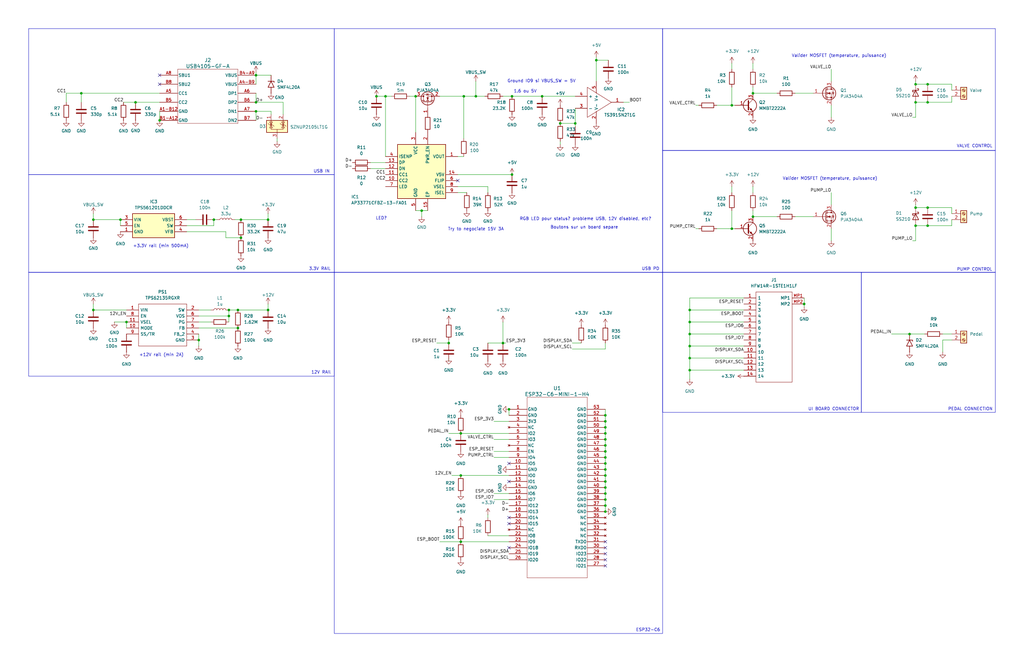
<source format=kicad_sch>
(kicad_sch (version 20231120) (generator "eeschema") (generator_version "8.0")
  (paper "USLedger")
  (junction (at 391.16 43.18))
  (junction (at 290.83 146.05))
  (junction (at 386.08 35.56))
  (junction (at 194.31 200.66))
  (junction (at 175.26 40.64))
  (junction (at 383.54 140.97))
  (junction (at 317.5 39.37))
  (junction (at 255.27 187.96))
  (junction (at 251.46 25.4))
  (junction (at 195.58 40.64))
  (junction (at 255.27 175.26))
  (junction (at 339.09 128.27))
  (junction (at 308.61 96.52))
  (junction (at 107.95 46.99))
  (junction (at 308.61 44.45))
  (junction (at 101.6 100.33))
  (junction (at 255.27 200.66))
  (junction (at 386.08 95.25))
  (junction (at 290.83 156.21))
  (junction (at 391.16 95.25))
  (junction (at 212.09 144.78))
  (junction (at 107.95 43.18))
  (junction (at 101.6 92.71))
  (junction (at 255.27 180.34))
  (junction (at 290.83 151.13))
  (junction (at 255.27 205.74))
  (junction (at 34.29 39.37))
  (junction (at 386.08 87.63))
  (junction (at 242.57 52.07))
  (junction (at 162.56 40.64))
  (junction (at 215.9 40.64))
  (junction (at 255.27 185.42))
  (junction (at 90.17 92.71))
  (junction (at 255.27 198.12))
  (junction (at 83.82 143.51))
  (junction (at 100.33 138.43))
  (junction (at 177.8 88.9))
  (junction (at 67.31 50.8))
  (junction (at 39.37 130.81))
  (junction (at 215.9 73.66))
  (junction (at 39.37 92.71))
  (junction (at 57.15 43.18))
  (junction (at 100.33 130.81))
  (junction (at 290.83 140.97))
  (junction (at 391.16 35.56))
  (junction (at 255.27 193.04))
  (junction (at 255.27 208.28))
  (junction (at 255.27 213.36))
  (junction (at 214.63 172.72))
  (junction (at 96.52 130.81))
  (junction (at 107.95 31.75))
  (junction (at 113.03 130.81))
  (junction (at 386.08 43.18))
  (junction (at 255.27 190.5))
  (junction (at 53.34 135.89))
  (junction (at 255.27 210.82))
  (junction (at 290.83 135.89))
  (junction (at 200.66 40.64))
  (junction (at 255.27 215.9))
  (junction (at 255.27 203.2))
  (junction (at 255.27 177.8))
  (junction (at 317.5 91.44))
  (junction (at 158.75 40.64))
  (junction (at 236.22 52.07))
  (junction (at 228.6 40.64))
  (junction (at 290.83 130.81))
  (junction (at 194.31 182.88))
  (junction (at 189.23 144.78))
  (junction (at 113.03 92.71))
  (junction (at 96.52 133.35))
  (junction (at 50.8 92.71))
  (junction (at 391.16 87.63))
  (junction (at 194.31 228.6))
  (junction (at 255.27 182.88))
  (junction (at 255.27 195.58))
  (no_connect (at 67.31 35.56))
  (no_connect (at 214.63 218.44))
  (no_connect (at 67.31 31.75))
  (no_connect (at 255.27 233.68))
  (no_connect (at 214.63 203.2))
  (no_connect (at 255.27 236.22))
  (no_connect (at 193.04 76.2))
  (no_connect (at 255.27 228.6))
  (no_connect (at 255.27 238.76))
  (no_connect (at 214.63 195.58))
  (no_connect (at 214.63 220.98))
  (no_connect (at 255.27 231.14))
  (no_connect (at 214.63 231.14))
  (wire (pts (xy 99.06 92.71) (xy 101.6 92.71)))
  (wire (pts (xy 350.52 81.28) (xy 350.52 86.36)))
  (wire (pts (xy 290.83 130.81) (xy 313.69 130.81)))
  (wire (pts (xy 39.37 130.81) (xy 53.34 130.81)))
  (wire (pts (xy 242.57 53.34) (xy 242.57 52.07)))
  (wire (pts (xy 401.32 92.71) (xy 401.32 95.25)))
  (wire (pts (xy 95.25 97.79) (xy 95.25 100.33)))
  (wire (pts (xy 308.61 88.9) (xy 308.61 96.52)))
  (wire (pts (xy 184.15 144.78) (xy 189.23 144.78)))
  (wire (pts (xy 189.23 143.51) (xy 189.23 144.78)))
  (wire (pts (xy 212.09 40.64) (xy 215.9 40.64)))
  (wire (pts (xy 317.5 88.9) (xy 317.5 91.44)))
  (wire (pts (xy 119.38 48.26) (xy 119.38 43.18)))
  (wire (pts (xy 375.92 140.97) (xy 383.54 140.97)))
  (wire (pts (xy 308.61 44.45) (xy 309.88 44.45)))
  (wire (pts (xy 107.95 31.75) (xy 114.3 31.75)))
  (wire (pts (xy 172.72 40.64) (xy 175.26 40.64)))
  (wire (pts (xy 185.42 40.64) (xy 195.58 40.64)))
  (wire (pts (xy 208.28 208.28) (xy 214.63 208.28)))
  (wire (pts (xy 335.28 39.37) (xy 342.9 39.37)))
  (wire (pts (xy 114.3 48.26) (xy 114.3 46.99)))
  (wire (pts (xy 255.27 205.74) (xy 255.27 208.28)))
  (wire (pts (xy 386.08 49.53) (xy 386.08 43.18)))
  (wire (pts (xy 255.27 193.04) (xy 255.27 195.58)))
  (wire (pts (xy 251.46 25.4) (xy 251.46 34.29)))
  (wire (pts (xy 48.26 135.89) (xy 53.34 135.89)))
  (wire (pts (xy 83.82 133.35) (xy 96.52 133.35)))
  (wire (pts (xy 290.83 140.97) (xy 313.69 140.97)))
  (wire (pts (xy 208.28 185.42) (xy 214.63 185.42)))
  (wire (pts (xy 401.32 87.63) (xy 391.16 87.63)))
  (wire (pts (xy 290.83 151.13) (xy 290.83 146.05)))
  (wire (pts (xy 302.26 96.52) (xy 308.61 96.52)))
  (wire (pts (xy 96.52 133.35) (xy 96.52 130.81)))
  (wire (pts (xy 78.74 95.25) (xy 90.17 95.25)))
  (wire (pts (xy 165.1 40.64) (xy 162.56 40.64)))
  (wire (pts (xy 384.81 49.53) (xy 386.08 49.53)))
  (wire (pts (xy 308.61 96.52) (xy 309.88 96.52)))
  (wire (pts (xy 255.27 172.72) (xy 255.27 175.26)))
  (wire (pts (xy 335.28 91.44) (xy 342.9 91.44)))
  (wire (pts (xy 214.63 172.72) (xy 214.63 175.26)))
  (wire (pts (xy 391.16 87.63) (xy 386.08 87.63)))
  (wire (pts (xy 190.5 200.66) (xy 194.31 200.66)))
  (wire (pts (xy 255.27 200.66) (xy 255.27 203.2)))
  (wire (pts (xy 162.56 40.64) (xy 162.56 66.04)))
  (wire (pts (xy 255.27 210.82) (xy 255.27 213.36)))
  (wire (pts (xy 401.32 35.56) (xy 391.16 35.56)))
  (wire (pts (xy 177.8 88.9) (xy 177.8 91.44)))
  (wire (pts (xy 107.95 39.37) (xy 107.95 43.18)))
  (wire (pts (xy 175.26 88.9) (xy 177.8 88.9)))
  (wire (pts (xy 401.32 43.18) (xy 391.16 43.18)))
  (wire (pts (xy 158.75 40.64) (xy 162.56 40.64)))
  (wire (pts (xy 177.8 88.9) (xy 180.34 88.9)))
  (wire (pts (xy 205.74 78.74) (xy 205.74 81.28)))
  (wire (pts (xy 194.31 182.88) (xy 214.63 182.88)))
  (wire (pts (xy 290.83 135.89) (xy 290.83 130.81)))
  (wire (pts (xy 83.82 140.97) (xy 83.82 143.51)))
  (wire (pts (xy 185.42 228.6) (xy 194.31 228.6)))
  (wire (pts (xy 91.44 92.71) (xy 90.17 92.71)))
  (wire (pts (xy 193.04 66.04) (xy 195.58 66.04)))
  (wire (pts (xy 391.16 43.18) (xy 386.08 43.18)))
  (wire (pts (xy 339.09 128.27) (xy 339.09 125.73)))
  (wire (pts (xy 205.74 144.78) (xy 212.09 144.78)))
  (wire (pts (xy 255.27 147.32) (xy 255.27 144.78)))
  (wire (pts (xy 255.27 185.42) (xy 255.27 187.96)))
  (wire (pts (xy 107.95 46.99) (xy 107.95 50.8)))
  (wire (pts (xy 78.74 97.79) (xy 95.25 97.79)))
  (wire (pts (xy 339.09 129.54) (xy 339.09 128.27)))
  (wire (pts (xy 83.82 138.43) (xy 100.33 138.43)))
  (wire (pts (xy 397.51 143.51) (xy 401.32 143.51)))
  (wire (pts (xy 195.58 40.64) (xy 195.58 58.42)))
  (wire (pts (xy 236.22 52.07) (xy 242.57 52.07)))
  (wire (pts (xy 52.07 43.18) (xy 57.15 43.18)))
  (wire (pts (xy 290.83 125.73) (xy 313.69 125.73)))
  (wire (pts (xy 317.5 91.44) (xy 327.66 91.44)))
  (wire (pts (xy 215.9 40.64) (xy 228.6 40.64)))
  (wire (pts (xy 386.08 34.29) (xy 386.08 35.56)))
  (wire (pts (xy 255.27 203.2) (xy 255.27 205.74)))
  (wire (pts (xy 255.27 198.12) (xy 255.27 200.66)))
  (wire (pts (xy 78.74 92.71) (xy 82.55 92.71)))
  (wire (pts (xy 317.5 78.74) (xy 317.5 81.28)))
  (wire (pts (xy 200.66 34.29) (xy 200.66 40.64)))
  (wire (pts (xy 34.29 43.18) (xy 34.29 39.37)))
  (wire (pts (xy 255.27 180.34) (xy 255.27 182.88)))
  (wire (pts (xy 96.52 133.35) (xy 96.52 135.89)))
  (wire (pts (xy 350.52 49.53) (xy 350.52 44.45)))
  (wire (pts (xy 255.27 177.8) (xy 255.27 180.34)))
  (wire (pts (xy 350.52 101.6) (xy 350.52 96.52)))
  (wire (pts (xy 265.43 43.18) (xy 262.89 43.18)))
  (wire (pts (xy 386.08 101.6) (xy 386.08 95.25)))
  (wire (pts (xy 290.83 140.97) (xy 290.83 135.89)))
  (wire (pts (xy 241.3 144.78) (xy 245.11 144.78)))
  (wire (pts (xy 208.28 210.82) (xy 214.63 210.82)))
  (wire (pts (xy 401.32 90.17) (xy 401.32 87.63)))
  (wire (pts (xy 200.66 40.64) (xy 195.58 40.64)))
  (wire (pts (xy 401.32 38.1) (xy 401.32 35.56)))
  (wire (pts (xy 193.04 78.74) (xy 205.74 78.74)))
  (wire (pts (xy 189.23 151.13) (xy 189.23 152.4)))
  (wire (pts (xy 39.37 90.17) (xy 39.37 92.71)))
  (wire (pts (xy 205.74 226.06) (xy 214.63 226.06)))
  (wire (pts (xy 156.21 71.12) (xy 162.56 71.12)))
  (wire (pts (xy 236.22 60.96) (xy 236.22 59.69)))
  (wire (pts (xy 100.33 130.81) (xy 113.03 130.81)))
  (wire (pts (xy 317.5 26.67) (xy 317.5 29.21)))
  (wire (pts (xy 113.03 128.27) (xy 113.03 130.81)))
  (wire (pts (xy 308.61 36.83) (xy 308.61 44.45)))
  (wire (pts (xy 255.27 208.28) (xy 255.27 210.82)))
  (wire (pts (xy 119.38 43.18) (xy 107.95 43.18)))
  (wire (pts (xy 53.34 135.89) (xy 53.34 138.43)))
  (wire (pts (xy 107.95 30.48) (xy 107.95 31.75)))
  (wire (pts (xy 88.9 135.89) (xy 83.82 135.89)))
  (wire (pts (xy 213.36 144.78) (xy 212.09 144.78)))
  (wire (pts (xy 90.17 95.25) (xy 90.17 92.71)))
  (wire (pts (xy 302.26 44.45) (xy 308.61 44.45)))
  (wire (pts (xy 317.5 36.83) (xy 317.5 39.37)))
  (wire (pts (xy 255.27 213.36) (xy 255.27 215.9)))
  (wire (pts (xy 401.32 40.64) (xy 401.32 43.18)))
  (wire (pts (xy 193.04 81.28) (xy 196.85 81.28)))
  (wire (pts (xy 397.51 143.51) (xy 397.51 148.59)))
  (wire (pts (xy 293.37 44.45) (xy 294.64 44.45)))
  (wire (pts (xy 96.52 130.81) (xy 100.33 130.81)))
  (wire (pts (xy 208.28 190.5) (xy 214.63 190.5)))
  (wire (pts (xy 83.82 146.05) (xy 83.82 143.51)))
  (wire (pts (xy 175.26 40.64) (xy 175.26 55.88)))
  (wire (pts (xy 113.03 90.17) (xy 113.03 92.71)))
  (wire (pts (xy 290.83 130.81) (xy 290.83 125.73)))
  (wire (pts (xy 383.54 140.97) (xy 389.89 140.97)))
  (wire (pts (xy 204.47 40.64) (xy 200.66 40.64)))
  (wire (pts (xy 350.52 29.21) (xy 350.52 34.29)))
  (wire (pts (xy 101.6 92.71) (xy 113.03 92.71)))
  (wire (pts (xy 228.6 40.64) (xy 242.57 40.64)))
  (wire (pts (xy 293.37 96.52) (xy 294.64 96.52)))
  (wire (pts (xy 57.15 43.18) (xy 67.31 43.18)))
  (wire (pts (xy 251.46 24.13) (xy 251.46 25.4)))
  (wire (pts (xy 50.8 92.71) (xy 50.8 95.25)))
  (wire (pts (xy 83.82 130.81) (xy 88.9 130.81)))
  (wire (pts (xy 241.3 147.32) (xy 255.27 147.32)))
  (wire (pts (xy 391.16 35.56) (xy 386.08 35.56)))
  (wire (pts (xy 255.27 187.96) (xy 255.27 190.5)))
  (wire (pts (xy 308.61 78.74) (xy 308.61 81.28)))
  (wire (pts (xy 114.3 46.99) (xy 107.95 46.99)))
  (wire (pts (xy 391.16 95.25) (xy 386.08 95.25)))
  (wire (pts (xy 208.28 193.04) (xy 214.63 193.04)))
  (wire (pts (xy 27.94 39.37) (xy 34.29 39.37)))
  (wire (pts (xy 290.83 160.02) (xy 290.83 156.21)))
  (wire (pts (xy 208.28 177.8) (xy 214.63 177.8)))
  (wire (pts (xy 194.31 228.6) (xy 214.63 228.6)))
  (wire (pts (xy 194.31 200.66) (xy 214.63 200.66)))
  (wire (pts (xy 193.04 73.66) (xy 215.9 73.66)))
  (wire (pts (xy 290.83 151.13) (xy 313.69 151.13)))
  (wire (pts (xy 156.21 68.58) (xy 162.56 68.58)))
  (wire (pts (xy 189.23 182.88) (xy 194.31 182.88)))
  (wire (pts (xy 290.83 146.05) (xy 313.69 146.05)))
  (wire (pts (xy 212.09 135.89) (xy 212.09 144.78)))
  (wire (pts (xy 290.83 156.21) (xy 313.69 156.21)))
  (wire (pts (xy 397.51 140.97) (xy 401.32 140.97)))
  (wire (pts (xy 116.84 58.42) (xy 116.84 59.69)))
  (wire (pts (xy 386.08 86.36) (xy 386.08 87.63)))
  (wire (pts (xy 290.83 156.21) (xy 290.83 151.13)))
  (wire (pts (xy 34.29 39.37) (xy 67.31 39.37)))
  (wire (pts (xy 401.32 95.25) (xy 391.16 95.25)))
  (wire (pts (xy 255.27 182.88) (xy 255.27 185.42)))
  (wire (pts (xy 255.27 190.5) (xy 255.27 193.04)))
  (wire (pts (xy 290.83 146.05) (xy 290.83 140.97)))
  (wire (pts (xy 308.61 26.67) (xy 308.61 29.21)))
  (wire (pts (xy 290.83 135.89) (xy 313.69 135.89)))
  (wire (pts (xy 39.37 92.71) (xy 50.8 92.71)))
  (wire (pts (xy 242.57 52.07) (xy 242.57 45.72)))
  (wire (pts (xy 317.5 39.37) (xy 327.66 39.37)))
  (wire (pts (xy 384.81 101.6) (xy 386.08 101.6)))
  (wire (pts (xy 255.27 195.58) (xy 255.27 198.12)))
  (wire (pts (xy 95.25 100.33) (xy 101.6 100.33)))
  (wire (pts (xy 107.95 31.75) (xy 107.95 35.56)))
  (wire (pts (xy 205.74 218.44) (xy 205.74 217.17)))
  (wire (pts (xy 67.31 46.99) (xy 67.31 50.8)))
  (wire (pts (xy 27.94 43.18) (xy 27.94 39.37)))
  (wire (pts (xy 39.37 128.27) (xy 39.37 130.81)))
  (wire (pts (xy 255.27 175.26) (xy 255.27 177.8)))
  (wire (pts (xy 251.46 25.4) (xy 256.54 25.4)))
  (rectangle (start 12.065 114.935) (end 140.97 158.75))
  (rectangle (start 279.4 63.5) (end 419.735 114.935))
  (rectangle (start 140.97 114.935) (end 279.4 267.335))
  (rectangle (start 140.97 12.065) (end 279.4 114.935))
  (rectangle (start 363.22 114.935) (end 419.735 173.99))
  (rectangle (start 279.4 12.065) (end 419.735 63.5))
  (rectangle (start 12.065 73.66) (end 140.97 114.935))
  (rectangle (start 279.4 114.935) (end 363.22 173.99))
  (rectangle (start 12.065 12.065) (end 140.97 73.66))
  (text "LED?" (at 160.782 92.202 0) (effects (font (size 1.27 1.27))))
  (text "PUMP CONTROL" (at 410.972 113.792 0) (effects (font (size 1.27 1.27))))
  (text "Ground IO9 si VBUS_SW = 5V" (at 228.346 34.29 0) (effects (font (size 1.27 1.27))))
  (text "UI BOARD CONNECTOR" (at 351.536 172.72 0) (effects (font (size 1.27 1.27))))
  (text "12V RAIl" (at 135.382 157.226 0) (effects (font (size 1.27 1.27))))
  (text "Try to negociate 15V 3A" (at 200.66 96.774 0) (effects (font (size 1.27 1.27))))
  (text "3.3V RAIL" (at 134.874 113.538 0) (effects (font (size 1.27 1.27))))
  (text "+12V rail (min 2A)\n" (at 68.072 149.86 0) (effects (font (size 1.27 1.27))))
  (text "+3.3V rail (min 500mA)" (at 67.818 103.886 0) (effects (font (size 1.27 1.27))))
  (text "Valider MOSFET (temperature, puissance)" (at 350.012 75.438 0) (effects (font (size 1.27 1.27))))
  (text "USB PD" (at 274.32 113.538 0) (effects (font (size 1.27 1.27))))
  (text "1.6 ou 5V" (at 221.488 38.608 0) (effects (font (size 1.27 1.27))))
  (text "ESP32-C6" (at 273.304 265.938 0) (effects (font (size 1.27 1.27))))
  (text "Valider MOSFET (temperature, puissance)" (at 353.822 23.622 0) (effects (font (size 1.27 1.27))))
  (text "Boutons sur un board separe" (at 246.38 96.012 0) (effects (font (size 1.27 1.27))))
  (text "RGB LED pour status? probleme USB, 12V disabled, etc?" (at 246.888 92.456 0) (effects (font (size 1.27 1.27))))
  (text "USB IN" (at 135.636 72.39 0) (effects (font (size 1.27 1.27))))
  (text "PEDAL CONNECTION" (at 409.194 172.72 0) (effects (font (size 1.27 1.27))))
  (text "VALVE CONTROL" (at 410.972 61.722 0) (effects (font (size 1.27 1.27))))
  (label "D+" (at 107.95 43.18 0))
  (label "VALVE_CTRL" (at 293.37 44.45 180))
  (label "12V_EN" (at 53.34 133.35 180))
  (label "D-" (at 148.59 71.12 180))
  (label "DISPLAY_SDA" (at 313.69 148.59 180))
  (label "DISPLAY_SCL" (at 214.63 236.22 180))
  (label "PEDAL_IN" (at 189.23 182.88 180))
  (label "CC2" (at 52.07 43.18 180))
  (label "12V_EN" (at 190.5 200.66 180))
  (label "CC2" (at 162.56 76.2 180))
  (label "ESP_IO7" (at 208.28 210.82 180))
  (label "ESP_RESET" (at 313.69 128.27 180))
  (label "ESP_3V3" (at 208.28 177.8 180))
  (label "VALVE_CTRL" (at 208.28 185.42 180))
  (label "DISPLAY_SDA" (at 241.3 144.78 180))
  (label "PEDAL_IN" (at 375.92 140.97 180))
  (label "ESP_RESET" (at 184.15 144.78 180))
  (label "ESP_RESET" (at 208.28 190.5 180))
  (label "CC1" (at 27.94 39.37 180))
  (label "D+" (at 148.59 68.58 180))
  (label "PUMP_CTRL" (at 293.37 96.52 180))
  (label "DISPLAY_SCL" (at 241.3 147.32 180))
  (label "DISPLAY_SCL" (at 313.69 153.67 180))
  (label "ESP_3V3" (at 213.36 144.78 0))
  (label "ESP_IO7" (at 313.69 143.51 180))
  (label "DISPLAY_SDA" (at 214.63 233.68 180))
  (label "ESP_IO6" (at 313.69 138.43 180))
  (label "ESP_BOOT" (at 185.42 228.6 180))
  (label "ESP_BOOT" (at 313.69 133.35 180))
  (label "CC1" (at 162.56 73.66 180))
  (label "BOOT" (at 265.43 43.18 0))
  (label "PUMP_LO" (at 384.81 101.6 180))
  (label "ESP_IO6" (at 208.28 208.28 180))
  (label "D+" (at 214.63 215.9 180))
  (label "D-" (at 214.63 213.36 180))
  (label "D-" (at 107.95 50.8 0))
  (label "VALVE_LO" (at 350.52 29.21 180))
  (label "PUMP_CTRL" (at 208.28 193.04 180))
  (label "VALVE_LO" (at 384.81 49.53 180))
  (label "PUMP_LO" (at 350.52 81.28 180))
  (symbol (lib_id "power:GND") (at 255.27 215.9 90) (unit 1)
    (property "Reference" "#PWR020" (effects (hide yes)))
    (property "Value" "GND" (at 259.08 215.9 0))
  )
  (symbol (lib_id "power:VUSB") (at 158.75 40.64 0) (unit 1)
    (property "Reference" "#PWR044" (effects (hide yes)))
    (property "Value" "VBUS" (at 158.75 36.83 0))
  )
  (symbol (lib_id "power:+12V") (at 386.08 86.36 0) (unit 1)
    (property "Reference" "#PWR052" (effects (hide yes)))
    (property "Value" "+12V" (at 386.08 81.28 0))
    (property "Description" "Power symbol creates a global label with name \"+12V\"" (effects (hide yes)))
  )
  (symbol (lib_id "Device:C") (at 189.23 148.59 0) (unit 1)
    (property "Reference" "C1" (at 185.42 147.955 0) (effects (justify right)))
    (property "Value" "1u" (at 185.42 150.495 0) (effects (justify right)))
    (property "Footprint" "Capacitor_SMD:C_0805_2012Metric" (effects (hide yes)))
  )
  (symbol (lib_id "Device:R") (at 236.22 48.26 0) (unit 1)
    (property "Reference" "R32" (at 238.76 46.9899 0) (effects (justify left)))
    (property "Value" "47k" (at 238.76 49.5299 0) (effects (justify left)))
    (property "Footprint" "Resistor_SMD:R_0805_2012Metric" (effects (hide yes)))
    (property "Description" "Resistor" (effects (hide yes)))
  )
  (symbol (lib_id "Device:R") (at 317.5 33.02 180) (unit 1)
    (property "Reference" "R2" (at 320.04 31.7499 0) (effects (justify right)))
    (property "Value" "10k" (at 320.04 34.2899 0) (effects (justify right)))
    (property "Footprint" "Resistor_SMD:R_0805_2012Metric" (effects (hide yes)))
    (property "Description" "Resistor" (effects (hide yes)))
  )
  (symbol (lib_id "Power_Protection:NUP2105L") (at 116.84 53.34 0) (unit 1)
    (property "Reference" "D3" (at 110.744 53.34 0))
    (property "Value" "SZNUP2105LT1G" (at 130.302 53.594 0))
    (property "Footprint" "Package_TO_SOT_SMD:SOT-23" (effects (hide yes)))
    (property "Datasheet" "http://www.onsemi.com/pub_link/Collateral/NUP2105L-D.PDF" (effects (hide yes)))
    (property "Part" "SZNUP2105LT1G" (effects (hide yes)))
  )
  (symbol (lib_id "Device:R") (at 298.45 96.52 270) (unit 1)
    (property "Reference" "R22" (at 298.45 90.17 90))
    (property "Value" "1k" (at 298.45 92.71 90))
    (property "Footprint" "Resistor_SMD:R_0805_2012Metric" (effects (hide yes)))
    (property "Description" "Resistor" (effects (hide yes)))
  )
  (symbol (lib_id "Device:R") (at 100.33 134.62 0) (unit 1)
    (property "Reference" "R28" (at 102.87 133.3499 0) (effects (justify left)))
    (property "Value" "1.62M" (at 102.87 135.8899 0) (effects (justify left)))
    (property "Footprint" "Resistor_SMD:R_0805_2012Metric" (effects (hide yes)))
    (property "Description" "Resistor" (effects (hide yes)))
  )
  (symbol (lib_id "Device:C") (at 53.34 144.78 0) (unit 1)
    (property "Reference" "C13" (at 49.53 143.5099 0) (effects (justify right)))
    (property "Value" "100n" (at 49.53 146.0499 0) (effects (justify right)))
    (property "Footprint" "Capacitor_SMD:C_0805_2012Metric" (effects (hide yes)))
  )
  (symbol (lib_id "Device:R") (at 52.07 46.99 180) (unit 1)
    (property "Reference" "R8" (at 49.53 45.7199 0) (effects (justify left)))
    (property "Value" "5.1k" (at 49.53 48.2599 0) (effects (justify left)))
    (property "Footprint" "Resistor_SMD:R_0402_1005Metric" (effects (hide yes)))
  )
  (symbol (lib_id "Device:C") (at 39.37 134.62 0) (unit 1)
    (property "Reference" "C12" (at 35.56 133.3499 0) (effects (justify right)))
    (property "Value" "10u" (at 35.56 135.8899 0) (effects (justify right)))
    (property "Footprint" "Resistor_SMD:R_1210_3225Metric" (effects (hide yes)))
    (property "Part" "KGM05AR71C104KH" (effects (hide yes)))
  )
  (symbol (lib_id "Device:R") (at 208.28 40.64 270) (unit 1)
    (property "Reference" "R17" (at 208.28 35.56 90))
    (property "Value" "47k" (at 208.28 38.1 90))
    (property "Footprint" "Resistor_SMD:R_0805_2012Metric" (effects (hide yes)))
    (property "Description" "Resistor" (effects (hide yes)))
  )
  (symbol (lib_id "power:GND") (at 236.22 60.96 0) (mirror y) (unit 1)
    (property "Reference" "#PWR067" (effects (hide yes)))
    (property "Value" "GND" (at 236.22 65.405 0))
  )
  (symbol (lib_id "power:+5V") (at 236.22 44.45 0) (unit 1)
    (property "Reference" "#PWR040" (effects (hide yes)))
    (property "Value" "+5V" (at 236.22 39.37 0))
    (property "Description" "Power symbol creates a global label with name \"+5V\"" (effects (hide yes)))
  )
  (symbol (lib_id "Device:R") (at 100.33 142.24 0) (unit 1)
    (property "Reference" "R27" (at 102.87 140.9699 0) (effects (justify left)))
    (property "Value" "100k" (at 102.87 143.5099 0) (effects (justify left)))
    (property "Footprint" "Resistor_SMD:R_0805_2012Metric" (effects (hide yes)))
    (property "Description" "Resistor" (effects (hide yes)))
  )
  (symbol (lib_id "power:GND") (at 48.26 135.89 0) (mirror y) (unit 1)
    (property "Reference" "#PWR057" (effects (hide yes)))
    (property "Value" "GND" (at 48.26 140.335 0))
  )
  (symbol (lib_id "Device:C") (at 113.03 96.52 0) (unit 1)
    (property "Reference" "C19" (at 116.84 95.2499 0) (effects (justify left)))
    (property "Value" "47u" (at 116.84 97.7899 0) (effects (justify left)))
    (property "Footprint" "Capacitor_SMD:C_1206_3216Metric" (effects (hide yes)))
    (property "Part" "KGM05AR71C104KH" (effects (hide yes)))
  )
  (symbol (lib_id "Diode:SMF40A") (at 383.54 144.78 270) (unit 1)
    (property "Reference" "D2" (at 386.08 143.5099 90) (effects (justify left)))
    (property "Value" "SMF4L20A" (at 386.08 146.0499 90) (effects (justify left)))
    (property "Footprint" "Diode_SMD:D_SOD-123F" (effects (hide yes)))
    (property "Datasheet" "https://www.littelfuse.com/media?resourcetype=datasheets&itemid=d2ba8fab-1de3-4176-8530-f36ecb0b8799&filename=littelfuse_tvs_diode_smf4l_datasheet.pdf" (effects (hide yes)))
    (property "Description" "400W unidirectional Transil Transient Voltage Suppressor, 20Vrwm, SOD-123F" (effects (hide yes)))
  )
  (symbol (lib_id "Device:R") (at 27.94 46.99 180) (unit 1)
    (property "Reference" "R7" (at 25.4 45.7199 0) (effects (justify left)))
    (property "Value" "5.1k" (at 25.4 48.2599 0) (effects (justify left)))
    (property "Footprint" "Resistor_SMD:R_0402_1005Metric" (effects (hide yes)))
  )
  (symbol (lib_id "Connector:Screw_Terminal_01x02") (at 406.4 140.97 0) (unit 1)
    (property "Reference" "Pedal" (at 408.94 140.9699 0) (effects (justify left)))
    (property "Value" "Screw_Terminal_01x02" (effects (hide yes)))
    (property "Description" "Generic screw terminal, single row, 01x02, script generated (kicad-library-utils/schlib/autogen/connector/)" (effects (hide yes)))
  )
  (symbol (lib_id "power:GND") (at 194.31 190.5 0) (unit 1)
    (property "Reference" "#PWR025" (effects (hide yes)))
    (property "Value" "GND" (at 194.31 195.58 0))
  )
  (symbol (lib_id "power:GND") (at 83.82 146.05 0) (mirror y) (unit 1)
    (property "Reference" "#PWR059" (effects (hide yes)))
    (property "Value" "GND" (at 83.82 151.13 0))
  )
  (symbol (lib_id "Device:R") (at 215.9 44.45 180) (unit 1)
    (property "Reference" "R18" (at 213.36 43.1799 0) (effects (justify left)))
    (property "Value" "23.2K" (at 213.36 45.7199 0) (effects (justify left)))
    (property "Footprint" "Resistor_SMD:R_0805_2012Metric" (effects (hide yes)))
    (property "Description" "Resistor" (effects (hide yes)))
  )
  (symbol (lib_id "Device:C") (at 391.16 39.37 0) (unit 1)
    (property "Reference" "C16" (at 394.97 38.0999 0) (effects (justify left)))
    (property "Value" "100n" (at 394.97 40.6399 0) (effects (justify left)))
    (property "Footprint" "Capacitor_SMD:C_0805_2012Metric" (effects (hide yes)))
  )
  (symbol (lib_id "Regulator_Switching:TPS62135RGXR") (at 53.34 130.81 0) (unit 1)
    (property "Reference" "PS1" (at 68.58 123.19 0))
    (property "Value" "TPS62135RGXR" (at 68.58 125.73 0))
    (property "Footprint" "TPS621361RGXT" (effects (hide yes)))
    (property "Datasheet" "http://www.ti.com/lit/gpn/tps62135" (effects (hide yes)))
    (property "Description" "3-17V 4.0A Synchronous Step-Down Converter with Eco-Mode or Forced PWM Option" (effects (hide yes)))
    (property "Description_1" "3-17V 4.0A Synchronous Step-Down Converter with Eco-Mode or Forced PWM Option" (effects (hide yes)))
    (property "Height" "1" (effects (hide yes)))
    (property "Mouser Part Number" "595-TPS62135RGXR" (effects (hide yes)))
    (property "Mouser Price/Stock" "https://www.mouser.co.uk/ProductDetail/Texas-Instruments/TPS62135RGXR?qs=SMCV84mnLhml66koX6gNVA%3D%3D" (effects (hide yes)))
    (property "Manufacturer_Name" "Texas Instruments" (effects (hide yes)))
    (property "Manufacturer_Part_Number" "TPS62135RGXR" (effects (hide yes)))
  )
  (symbol (lib_id "Device:R") (at 189.23 139.7 0) (unit 1)
    (property "Reference" "R5" (at 191.77 138.4299 0) (effects (justify left)))
    (property "Value" "10K" (at 191.77 140.9699 0) (effects (justify left)))
    (property "Footprint" "Resistor_SMD:R_0805_2012Metric" (effects (hide yes)))
    (property "Part" "RT0402FRE0722KL" (effects (hide yes)))
  )
  (symbol (lib_id "Transistor_FET:IRLML0030") (at 347.98 39.37 0) (unit 1)
    (property "Reference" "Q1" (at 354.33 38.0999 0) (effects (justify left)))
    (property "Value" "PJA3404A" (at 354.33 40.6399 0) (effects (justify left)))
    (property "Footprint" "Package_TO_SOT_SMD:SOT-23" (effects (hide yes)))
    (property "Datasheet" "https://www.mouser.ca/datasheet/2/1057/PJA3404A-1867251.pdf" (effects (hide yes)))
    (property "Description" "5.6A Id, 30V Vds, 23mOhm Rds, N-Channel MOSFET, SOT-23" (effects (hide yes)))
  )
  (symbol (lib_id "Device:R") (at 92.71 135.89 270) (unit 1)
    (property "Reference" "R26" (at 92.71 139.7 90))
    (property "Value" "100k" (at 92.71 142.24 90))
    (property "Footprint" "Resistor_SMD:R_0805_2012Metric" (effects (hide yes)))
    (property "Description" "Resistor" (effects (hide yes)))
  )
  (symbol (lib_id "power:GND") (at 251.46 52.07 0) (mirror y) (unit 1)
    (property "Reference" "#PWR034" (effects (hide yes)))
    (property "Value" "GND" (at 251.46 56.515 0))
  )
  (symbol (lib_id "power:+3.3V") (at 255.27 137.16 0) (unit 1)
    (property "Reference" "#PWR071" (effects (hide yes)))
    (property "Value" "+3.3V" (at 255.27 132.08 0))
    (property "Description" "Power symbol creates a global label with name \"+3.3V\"" (effects (hide yes)))
  )
  (symbol (lib_id "power:GND") (at 100.33 146.05 0) (mirror y) (unit 1)
    (property "Reference" "#PWR060" (effects (hide yes)))
    (property "Value" "GND" (at 100.33 151.13 0))
  )
  (symbol (lib_id "power:+3.3V") (at 313.69 158.75 90) (unit 1)
    (property "Reference" "#PWR068" (effects (hide yes)))
    (property "Value" "+3.3V" (at 309.88 158.7499 90) (effects (justify left)))
    (property "Description" "Power symbol creates a global label with name \"+3.3V\"" (effects (hide yes)))
  )
  (symbol (lib_id "power:+5V") (at 215.9 73.66 0) (unit 1)
    (property "Reference" "#PWR036" (effects (hide yes)))
    (property "Value" "+5V" (at 215.9 68.58 0))
    (property "Description" "Power symbol creates a global label with name \"+5V\"" (effects (hide yes)))
  )
  (symbol (lib_id "power:+12V") (at 317.5 26.67 0) (unit 1)
    (property "Reference" "#PWR04" (effects (hide yes)))
    (property "Value" "+12V" (at 317.5 21.59 0))
    (property "Description" "Power symbol creates a global label with name \"+12V\"" (effects (hide yes)))
  )
  (symbol (lib_id "Device:R") (at 196.85 85.09 0) (unit 1)
    (property "Reference" "R14" (at 199.136 83.82 0) (effects (justify left)))
    (property "Value" "39K" (at 199.39 86.36 0) (effects (justify left)))
    (property "Footprint" "Resistor_SMD:R_0805_2012Metric" (effects (hide yes)))
    (property "Description" "1%" (effects (hide yes)))
    (property "Part" "RT0402FRE0722KL" (effects (hide yes)))
  )
  (symbol (lib_id "Device:R") (at 101.6 96.52 0) (unit 1)
    (property "Reference" "R30" (at 104.14 95.2499 0) (effects (justify left)))
    (property "Value" "33.2K" (at 104.14 97.7899 0) (effects (justify left)))
    (property "Footprint" "Resistor_SMD:R_0805_2012Metric" (effects (hide yes)))
    (property "Description" "Resistor" (effects (hide yes)))
  )
  (symbol (lib_id "Device:R") (at 152.4 68.58 90) (unit 1)
    (property "Reference" "R11" (at 152.4 62.23 90))
    (property "Value" "0" (at 152.4 64.77 90))
    (property "Footprint" "Resistor_SMD:R_0805_2012Metric" (effects (hide yes)))
    (property "Part" "RT0402FRE0722KL" (effects (hide yes)))
  )
  (symbol (lib_id "power:VBUS_SW") (at 39.37 128.27 0) (unit 1)
    (property "Reference" "#PWR047" (effects (hide yes)))
    (property "Value" "VBUS_SW" (at 39.37 124.46 0))
    (property "Description" "Power symbol creates a global label with name \"VBUS_SW\"" (effects (hide yes)))
  )
  (symbol (lib_id "Device:R") (at 308.61 85.09 180) (unit 1)
    (property "Reference" "R23" (at 306.07 83.8199 0) (effects (justify left)))
    (property "Value" "10k" (at 306.07 86.3599 0) (effects (justify left)))
    (property "Footprint" "Resistor_SMD:R_0805_2012Metric" (effects (hide yes)))
    (property "Description" "Resistor" (effects (hide yes)))
  )
  (symbol (lib_id "power:+3.3V") (at 212.09 135.89 0) (unit 1)
    (property "Reference" "#PWR012" (effects (hide yes)))
    (property "Value" "+3.3V" (at 212.09 130.81 0))
    (property "Description" "Power symbol creates a global label with name \"+3.3V\"" (effects (hide yes)))
  )
  (symbol (lib_id "power:GND") (at 214.63 172.72 270) (unit 1)
    (property "Reference" "#PWR014" (effects (hide yes)))
    (property "Value" "GND" (at 210.82 172.72 0))
  )
  (symbol (lib_id "Device:C") (at 205.74 148.59 0) (unit 1)
    (property "Reference" "C3" (at 201.93 147.3199 0) (effects (justify right)))
    (property "Value" "10u" (at 201.93 149.8599 0) (effects (justify right)))
    (property "Footprint" "Capacitor_SMD:C_0805_2012Metric" (effects (hide yes)))
    (property "Part" "KGM05AR71C104KH" (effects (hide yes)))
  )
  (symbol (lib_id "power:+12V") (at 386.08 34.29 0) (unit 1)
    (property "Reference" "#PWR05" (effects (hide yes)))
    (property "Value" "+12V" (at 386.08 29.21 0))
    (property "Description" "Power symbol creates a global label with name \"+12V\"" (effects (hide yes)))
  )
  (symbol (lib_id "Transistor_FET:IRLML0030") (at 347.98 91.44 0) (unit 1)
    (property "Reference" "Q6" (at 354.33 90.1699 0) (effects (justify left)))
    (property "Value" "PJA3404A" (at 354.33 92.7099 0) (effects (justify left)))
    (property "Footprint" "Package_TO_SOT_SMD:SOT-23" (effects (hide yes)))
    (property "Datasheet" "https://www.mouser.ca/datasheet/2/1057/PJA3404A-1867251.pdf" (effects (hide yes)))
    (property "Description" "5.6A Id, 30V Vds, 23mOhm Rds, N-Channel MOSFET, SOT-23" (effects (hide yes)))
  )
  (symbol (lib_id "power:GND") (at 228.6 48.26 0) (mirror y) (unit 1)
    (property "Reference" "#PWR041" (effects (hide yes)))
    (property "Value" "GND" (at 228.6 52.705 0))
  )
  (symbol (lib_id "Device:L") (at 92.71 130.81 90) (unit 1)
    (property "Reference" "L1" (at 92.71 125.73 90))
    (property "Value" "1u" (at 92.71 128.27 90))
    (property "Footprint" "Inductor_SMD:XAL40XX" (effects (hide yes)))
    (property "Description" "Inductor" (effects (hide yes)))
  )
  (symbol (lib_id "power:+12V") (at 317.5 78.74 0) (unit 1)
    (property "Reference" "#PWR049" (effects (hide yes)))
    (property "Value" "+12V" (at 317.5 73.66 0))
    (property "Description" "Power symbol creates a global label with name \"+12V\"" (effects (hide yes)))
  )
  (symbol (lib_id "power:+3.3V") (at 308.61 78.74 0) (unit 1)
    (property "Reference" "#PWR048" (effects (hide yes)))
    (property "Value" "+3.3V" (at 308.61 73.66 0))
    (property "Description" "Power symbol creates a global label with name \"+3.3V\"" (effects (hide yes)))
  )
  (symbol (lib_id "Regulator_Switching:TPS561201DDCR") (at 50.8 92.71 0) (unit 1)
    (property "Reference" "IC3" (at 64.77 85.09 0))
    (property "Value" "TPS561201DDCR" (at 64.77 87.63 0))
    (property "Footprint" "SOT95P280X110-6N" (effects (hide yes)))
    (property "Datasheet" "http://www.ti.com/lit/gpn/tps561201" (effects (hide yes)))
    (property "Description" "4.5V to 17V Input, 1A Synchronous Step-Down Voltage Regulator in 6-pin SOT-23" (effects (hide yes)))
    (property "Height" "1.1" (effects (hide yes)))
    (property "Mouser Part Number" "595-TPS561201DDCR" (effects (hide yes)))
    (property "Mouser Price/Stock" "https://www.mouser.co.uk/ProductDetail/Texas-Instruments/TPS561201DDCR?qs=5aG0NVq1C4ySUOSRQSt9MQ%3D%3D" (effects (hide yes)))
    (property "Manufacturer_Name" "Texas Instruments" (effects (hide yes)))
    (property "Manufacturer_Part_Number" "TPS561201DDCR" (effects (hide yes)))
  )
  (symbol (lib_id "power:GND") (at 256.54 33.02 0) (mirror y) (unit 1)
    (property "Reference" "#PWR055" (effects (hide yes)))
    (property "Value" "GND" (at 256.54 37.465 0))
  )
  (symbol (lib_id "power:GND") (at 317.5 101.6 0) (unit 1)
    (property "Reference" "#PWR050" (effects (hide yes)))
    (property "Value" "GND" (at 317.5 106.68 0))
    (property "Description" "Power symbol creates a global label with name \"GND\" , ground" (effects (hide yes)))
  )
  (symbol (lib_id "Device:C") (at 86.36 92.71 90) (unit 1)
    (property "Reference" "C18" (at 86.36 85.09 90))
    (property "Value" "100n" (at 86.36 87.63 90))
    (property "Footprint" "Capacitor_SMD:C_0805_2012Metric" (effects (hide yes)))
  )
  (symbol (lib_id "power:GND") (at 205.74 88.9 0) (mirror y) (unit 1)
    (property "Reference" "#PWR031" (effects (hide yes)))
    (property "Value" "GND" (at 205.74 93.345 0))
  )
  (symbol (lib_id "power:GND") (at 397.51 148.59 0) (unit 1)
    (property "Reference" "#PWR08" (effects (hide yes)))
    (property "Value" "GND" (at 397.51 153.67 0))
    (property "Description" "Power symbol creates a global label with name \"GND\" , ground" (effects (hide yes)))
  )
  (symbol (lib_id "power:+3.3V") (at 194.31 175.26 0) (unit 1)
    (property "Reference" "#PWR013" (effects (hide yes)))
    (property "Value" "+3.3V" (at 194.31 170.18 0))
    (property "Description" "Power symbol creates a global label with name \"+3.3V\"" (effects (hide yes)))
  )
  (symbol (lib_id "power:GND") (at 116.84 59.69 0) (mirror y) (unit 1)
    (property "Reference" "#PWR026" (effects (hide yes)))
    (property "Value" "GND" (at 116.84 64.135 0))
  )
  (symbol (lib_id "Device:R") (at 194.31 224.79 0) (unit 1)
    (property "Reference" "R15" (at 191.77 224.155 0) (effects (justify right)))
    (property "Value" "100K" (at 191.77 226.695 0) (effects (justify right)))
    (property "Footprint" "Resistor_SMD:R_0805_2012Metric" (effects (hide yes)))
    (property "Part" "RT0402FRE0722KL" (effects (hide yes)))
  )
  (symbol (lib_id "Device:R") (at 194.31 204.47 0) (unit 1)
    (property "Reference" "R29" (at 191.77 203.835 0) (effects (justify right)))
    (property "Value" "10K" (at 191.77 206.375 0) (effects (justify right)))
    (property "Footprint" "Resistor_SMD:R_0805_2012Metric" (effects (hide yes)))
    (property "Part" "RT0402FRE0722KL" (effects (hide yes)))
  )
  (symbol (lib_id "Device:C") (at 215.9 77.47 0) (unit 1)
    (property "Reference" "C7" (at 219.71 76.1999 0) (effects (justify left)))
    (property "Value" "1u" (at 219.71 78.7399 0) (effects (justify left)))
    (property "Footprint" "Capacitor_SMD:C_0805_2012Metric" (effects (hide yes)))
  )
  (symbol (lib_id "Device:C") (at 39.37 96.52 0) (unit 1)
    (property "Reference" "C17" (at 35.56 95.2499 0) (effects (justify right)))
    (property "Value" "10u" (at 35.56 97.7899 0) (effects (justify right)))
    (property "Footprint" "Resistor_SMD:R_1210_3225Metric" (effects (hide yes)))
    (property "Part" "KGM05AR71C104KH" (effects (hide yes)))
  )
  (symbol (lib_id "Device:R") (at 195.58 62.23 0) (unit 1)
    (property "Reference" "R20" (at 197.866 60.96 0) (effects (justify left)))
    (property "Value" "100" (at 198.12 63.5 0) (effects (justify left)))
    (property "Footprint" "Resistor_SMD:R_0805_2012Metric" (effects (hide yes)))
    (property "Description" "1%" (effects (hide yes)))
    (property "Part" "RT0402FRE0722KL" (effects (hide yes)))
  )
  (symbol (lib_id "Device:R") (at 152.4 71.12 90) (unit 1)
    (property "Reference" "R12" (at 152.4 74.93 90))
    (property "Value" "0" (at 152.4 77.47 90))
    (property "Footprint" "Resistor_SMD:R_0805_2012Metric" (effects (hide yes)))
    (property "Part" "RT0402FRE0722KL" (effects (hide yes)))
  )
  (symbol (lib_id "power:GND") (at 317.5 49.53 0) (unit 1)
    (property "Reference" "#PWR02" (effects (hide yes)))
    (property "Value" "GND" (at 317.5 54.61 0))
    (property "Description" "Power symbol creates a global label with name \"GND\" , ground" (effects (hide yes)))
  )
  (symbol (lib_id "Device:C") (at 57.15 46.99 0) (unit 1)
    (property "Reference" "C6" (at 60.96 45.7199 0) (effects (justify left)))
    (property "Value" "330p" (at 60.96 48.2599 0) (effects (justify left)))
    (property "Footprint" "Capacitor_SMD:C_0805_2012Metric" (effects (hide yes)))
    (property "Part" "KGM05AR71C104KH" (effects (hide yes)))
  )
  (symbol (lib_id "power:+3.3V") (at 205.74 217.17 0) (unit 1)
    (property "Reference" "#PWR011" (effects (hide yes)))
    (property "Value" "+3.3V" (at 205.74 212.09 0))
    (property "Description" "Power symbol creates a global label with name \"+3.3V\"" (effects (hide yes)))
  )
  (symbol (lib_id "power:+12V") (at 113.03 128.27 0) (unit 1)
    (property "Reference" "#PWR063" (effects (hide yes)))
    (property "Value" "+12V" (at 113.03 124.46 0))
    (property "Description" "Power symbol creates a global label with name \"+12V\"" (effects (hide yes)))
  )
  (symbol (lib_id "Device:C") (at 242.57 57.15 0) (unit 1)
    (property "Reference" "C9" (at 249.682 55.88 0) (effects (justify right)))
    (property "Value" "100n" (at 249.682 58.42 0) (effects (justify right)))
    (property "Footprint" "Capacitor_SMD:C_0805_2012Metric" (effects (hide yes)))
  )
  (symbol (lib_id "Device:C") (at 34.29 46.99 0) (unit 1)
    (property "Reference" "C5" (at 38.1 45.7199 0) (effects (justify left)))
    (property "Value" "330p" (at 38.1 48.2599 0) (effects (justify left)))
    (property "Footprint" "Capacitor_SMD:C_0805_2012Metric" (effects (hide yes)))
    (property "Part" "KGM05AR71C104KH" (effects (hide yes)))
  )
  (symbol (lib_id "Device:C") (at 158.75 44.45 0) (unit 1)
    (property "Reference" "C10" (at 154.94 43.1799 0) (effects (justify right)))
    (property "Value" "10u" (at 154.94 45.7199 0) (effects (justify right)))
    (property "Footprint" "Resistor_SMD:R_1210_3225Metric" (effects (hide yes)))
    (property "Part" "KGM05AR71C104KH" (effects (hide yes)))
  )
  (symbol (lib_id "power:GND") (at 350.52 101.6 0) (unit 1)
    (property "Reference" "#PWR051" (effects (hide yes)))
    (property "Value" "GND" (at 350.52 106.68 0))
    (property "Description" "Power symbol creates a global label with name \"GND\" , ground" (effects (hide yes)))
  )
  (symbol (lib_id "Diode:SMF40A") (at 114.3 35.56 270) (unit 1)
    (property "Reference" "D4" (at 116.84 34.2899 90) (effects (justify left)))
    (property "Value" "SMF4L20A" (at 116.84 36.8299 90) (effects (justify left)))
    (property "Footprint" "Diode_SMD:D_SOD-123F" (effects (hide yes)))
    (property "Datasheet" "https://www.littelfuse.com/media?resourcetype=datasheets&itemid=d2ba8fab-1de3-4176-8530-f36ecb0b8799&filename=littelfuse_tvs_diode_smf4l_datasheet.pdf" (effects (hide yes)))
    (property "Description" "400W unidirectional Transil Transient Voltage Suppressor, 20Vrwm, SOD-123F" (effects (hide yes)))
  )
  (symbol (lib_id "power:GND") (at 194.31 208.28 0) (unit 1)
    (property "Reference" "#PWR062" (effects (hide yes)))
    (property "Value" "GND" (at 194.31 213.36 0))
  )
  (symbol (lib_id "Device:R") (at 168.91 40.64 270) (unit 1)
    (property "Reference" "R19" (at 168.91 35.56 90))
    (property "Value" "5m" (at 168.91 38.1 90))
    (property "Footprint" "Resistor_SMD:R_0402_1005Metric" (effects (hide yes)))
  )
  (symbol (lib_id "power:VBUS_SW") (at 200.66 34.29 0) (unit 1)
    (property "Reference" "#PWR045" (effects (hide yes)))
    (property "Value" "VBUS_SW" (at 200.66 30.48 0))
    (property "Description" "Power symbol creates a global label with name \"VBUS_SW\"" (effects (hide yes)))
  )
  (symbol (lib_id "Device:C") (at 113.03 134.62 0) (unit 1)
    (property "Reference" "C14" (at 116.84 133.3499 0) (effects (justify left)))
    (property "Value" "10u" (at 116.84 135.8899 0) (effects (justify left)))
    (property "Footprint" "Resistor_SMD:R_1210_3225Metric" (effects (hide yes)))
    (property "Part" "KGM05AR71C104KH" (effects (hide yes)))
  )
  (symbol (lib_id "Connector:Screw_Terminal_01x02") (at 406.4 38.1 0) (unit 1)
    (property "Reference" "Valve" (at 408.94 38.0999 0) (effects (justify left)))
    (property "Value" "Screw_Terminal_01x02" (effects (hide yes)))
    (property "Description" "Generic screw terminal, single row, 01x02, script generated (kicad-library-utils/schlib/autogen/connector/)" (effects (hide yes)))
  )
  (symbol (lib_id "power:GND") (at 290.83 160.02 0) (unit 1)
    (property "Reference" "#PWR053" (effects (hide yes)))
    (property "Value" "GND" (at 290.83 165.1 0))
  )
  (symbol (lib_id "Comparator:TS391SN2T1G") (at 251.46 34.29 0) (unit 1)
    (property "Reference" "IC2" (at 261.874 46.228 0))
    (property "Value" "TS391SN2T1G" (at 261.366 48.514 0))
    (property "Footprint" "SOT95P275X110-5N" (effects (hide yes)))
    (property "Datasheet" "https://www.onsemi.com/pdf/datasheet/ts391-d.pdf" (effects (hide yes)))
    (property "Description" "ONSEMI - TS391SN2T1G - Analogue Comparator, Low Voltage, 1 Comparator, 400 ns, 2V to 36V, TSOP, 5 Pins" (effects (hide yes)))
    (property "Height" "1.1" (effects (hide yes)))
    (property "Mouser Part Number" "863-TS391SN2T1G" (effects (hide yes)))
    (property "Mouser Price/Stock" "https://www.mouser.co.uk/ProductDetail/onsemi/TS391SN2T1G?qs=NVftvxkm2thW1QApMOx3PA%3D%3D" (effects (hide yes)))
    (property "Manufacturer_Name" "onsemi" (effects (hide yes)))
    (property "Manufacturer_Part_Number" "TS391SN2T1G" (effects (hide yes)))
  )
  (symbol (lib_id "Device:C") (at 228.6 44.45 0) (unit 1)
    (property "Reference" "C8" (at 224.79 43.1799 0) (effects (justify right)))
    (property "Value" "100n" (at 224.79 45.7199 0) (effects (justify right)))
    (property "Footprint" "Capacitor_SMD:C_0805_2012Metric" (effects (hide yes)))
  )
  (symbol (lib_id "power:VUSB") (at 107.95 30.48 0) (unit 1)
    (property "Reference" "#PWR024" (effects (hide yes)))
    (property "Value" "VBUS" (at 107.95 26.67 0))
  )
  (symbol (lib_id "power:GND") (at 212.09 152.4 0) (unit 1)
    (property "Reference" "#PWR018" (effects (hide yes)))
    (property "Value" "GND" (at 212.09 157.48 0))
  )
  (symbol (lib_id "power:GND") (at 113.03 100.33 0) (mirror y) (unit 1)
    (property "Reference" "#PWR066" (effects (hide yes)))
    (property "Value" "GND" (at 113.03 105.41 0))
  )
  (symbol (lib_id "Device:R") (at 180.34 52.07 0) (unit 1)
    (property "Reference" "R21" (at 182.626 50.8 0) (effects (justify left)))
    (property "Value" "10" (at 182.88 53.34 0) (effects (justify left)))
    (property "Footprint" "Resistor_SMD:R_0805_2012Metric" (effects (hide yes)))
    (property "Description" "1%" (effects (hide yes)))
    (property "Part" "RT0402FRE0722KL" (effects (hide yes)))
  )
  (symbol (lib_id "power:GND") (at 242.57 60.96 0) (mirror y) (unit 1)
    (property "Reference" "#PWR042" (effects (hide yes)))
    (property "Value" "GND" (at 242.57 65.405 0))
  )
  (symbol (lib_id "power:GND") (at 113.03 138.43 0) (mirror y) (unit 1)
    (property "Reference" "#PWR061" (effects (hide yes)))
    (property "Value" "GND" (at 113.03 143.51 0))
  )
  (symbol (lib_id "power:GND") (at 214.63 198.12 270) (unit 1)
    (property "Reference" "#PWR015" (effects (hide yes)))
    (property "Value" "GND" (at 210.82 198.12 0))
  )
  (symbol (lib_id "power:GND") (at 350.52 49.53 0) (unit 1)
    (property "Reference" "#PWR01" (effects (hide yes)))
    (property "Value" "GND" (at 350.52 54.61 0))
    (property "Description" "Power symbol creates a global label with name \"GND\" , ground" (effects (hide yes)))
  )
  (symbol (lib_id "Device:R") (at 205.74 222.25 0) (unit 1)
    (property "Reference" "R6" (at 203.2 221.615 0) (effects (justify right)))
    (property "Value" "10K" (at 203.2 224.155 0) (effects (justify right)))
    (property "Footprint" "Resistor_SMD:R_0805_2012Metric" (effects (hide yes)))
    (property "Part" "RT0402FRE0722KL" (effects (hide yes)))
  )
  (symbol (lib_id "Transistor_BJT:MMBT2222A") (at 314.96 96.52 0) (unit 1)
    (property "Reference" "Q5" (at 320.04 95.2499 0) (effects (justify left)))
    (property "Value" "MMBT2222A" (at 320.04 97.7899 0) (effects (justify left)))
    (property "Footprint" "Package_TO_SOT_SMD:SOT-23" (effects (hide yes)))
    (property "Datasheet" "https://assets.nexperia.com/documents/data-sheet/MMBT2222A.pdf" (effects (hide yes)))
    (property "Description" "600mA Ic, 40V Vce, NPN Transistor, SOT-23" (effects (hide yes)))
  )
  (symbol (lib_id "power:GND") (at 39.37 138.43 0) (mirror y) (unit 1)
    (property "Reference" "#PWR056" (effects (hide yes)))
    (property "Value" "GND" (at 39.37 142.875 0))
  )
  (symbol (lib_id "Connector:Screw_Terminal_01x02") (at 406.4 90.17 0) (unit 1)
    (property "Reference" "Pump" (at 408.94 90.1699 0) (effects (justify left)))
    (property "Value" "Screw_Terminal_01x02" (effects (hide yes)))
    (property "Description" "Generic screw terminal, single row, 01x02, script generated (kicad-library-utils/schlib/autogen/connector/)" (effects (hide yes)))
  )
  (symbol (lib_id "power:GND") (at 196.85 88.9 0) (mirror y) (unit 1)
    (property "Reference" "#PWR032" (effects (hide yes)))
    (property "Value" "GND" (at 196.85 93.345 0))
  )
  (symbol (lib_id "Device:R") (at 245.11 140.97 0) (unit 1)
    (property "Reference" "R34" (at 247.65 139.6999 0) (effects (justify left)))
    (property "Value" "10K" (at 247.65 142.2399 0) (effects (justify left)))
    (property "Footprint" "Resistor_SMD:R_0805_2012Metric" (effects (hide yes)))
    (property "Part" "RT0402FRE0722KL" (effects (hide yes)))
  )
  (symbol (lib_id "power:GND") (at 215.9 81.28 0) (mirror y) (unit 1)
    (property "Reference" "#PWR030" (effects (hide yes)))
    (property "Value" "GND" (at 215.9 85.725 0))
  )
  (symbol (lib_id "power:GND") (at 215.9 48.26 0) (mirror y) (unit 1)
    (property "Reference" "#PWR035" (effects (hide yes)))
    (property "Value" "GND" (at 215.9 52.705 0))
  )
  (symbol (lib_id "power:+5V") (at 194.31 220.98 0) (unit 1)
    (property "Reference" "#PWR038" (effects (hide yes)))
    (property "Value" "+5V" (at 194.31 215.9 0))
    (property "Description" "Power symbol creates a global label with name \"+5V\"" (effects (hide yes)))
  )
  (symbol (lib_id "Transistor_FET:IRLML0030") (at 180.34 43.18 90) (unit 1)
    (property "Reference" "Q3" (at 180.34 35.56 90))
    (property "Value" "PJA3404A" (at 180.34 38.1 90))
    (property "Footprint" "Package_TO_SOT_SMD:SOT-23" (effects (hide yes)))
    (property "Datasheet" "https://www.mouser.ca/datasheet/2/1057/PJA3404A-1867251.pdf" (effects (hide yes)))
    (property "Description" "5.6A Id, 30V Vds, 23mOhm Rds, N-Channel MOSFET, SOT-23" (effects (hide yes)))
  )
  (symbol (lib_id "power:GND") (at 194.31 236.22 0) (unit 1)
    (property "Reference" "#PWR039" (effects (hide yes)))
    (property "Value" "GND" (at 194.31 241.3 0))
  )
  (symbol (lib_id "power:GND") (at 101.6 107.95 0) (mirror y) (unit 1)
    (property "Reference" "#PWR07" (effects (hide yes)))
    (property "Value" "GND" (at 101.6 113.03 0))
  )
  (symbol (lib_id "power:+3.3V") (at 189.23 135.89 0) (unit 1)
    (property "Reference" "#PWR09" (effects (hide yes)))
    (property "Value" "+3.3V" (at 189.23 130.81 0))
    (property "Description" "Power symbol creates a global label with name \"+3.3V\"" (effects (hide yes)))
  )
  (symbol (lib_id "Device:R") (at 194.31 232.41 0) (unit 1)
    (property "Reference" "R16" (at 191.77 231.775 0) (effects (justify right)))
    (property "Value" "200K" (at 191.77 234.315 0) (effects (justify right)))
    (property "Footprint" "Resistor_SMD:R_0805_2012Metric" (effects (hide yes)))
    (property "Part" "RT0402FRE0722KL" (effects (hide yes)))
  )
  (symbol (lib_id "power:VBUS_SW") (at 39.37 90.17 0) (unit 1)
    (property "Reference" "#PWR046" (effects (hide yes)))
    (property "Value" "VBUS_SW" (at 39.37 86.36 0))
    (property "Description" "Power symbol creates a global label with name \"VBUS_SW\"" (effects (hide yes)))
  )
  (symbol (lib_id "Device:R") (at 393.7 140.97 90) (unit 1)
    (property "Reference" "R9" (at 393.7 134.62 90))
    (property "Value" "10k" (at 393.7 137.16 90))
    (property "Footprint" "Resistor_SMD:R_0805_2012Metric" (effects (hide yes)))
    (property "Description" "Resistor" (effects (hide yes)))
  )
  (symbol (lib_id "Device:R") (at 331.47 91.44 90) (unit 1)
    (property "Reference" "R25" (at 331.47 85.09 90))
    (property "Value" "100" (at 331.47 87.63 90))
    (property "Footprint" "Resistor_SMD:R_0805_2012Metric" (effects (hide yes)))
    (property "Description" "Resistor" (effects (hide yes)))
  )
  (symbol (lib_id "Transistor_BJT:MMBT2222A") (at 314.96 44.45 0) (unit 1)
    (property "Reference" "Q2" (at 320.04 43.1799 0) (effects (justify left)))
    (property "Value" "MMBT2222A" (at 320.04 45.7199 0) (effects (justify left)))
    (property "Footprint" "Package_TO_SOT_SMD:SOT-23" (effects (hide yes)))
    (property "Datasheet" "https://assets.nexperia.com/documents/data-sheet/MMBT2222A.pdf" (effects (hide yes)))
    (property "Description" "600mA Ic, 40V Vce, NPN Transistor, SOT-23" (effects (hide yes)))
  )
  (symbol (lib_id "power:GND") (at 27.94 50.8 0) (unit 1)
    (property "Reference" "#PWR021" (effects (hide yes)))
    (property "Value" "GND" (at 27.94 55.245 0))
  )
  (symbol (lib_id "power:+3.3V") (at 113.03 90.17 0) (unit 1)
    (property "Reference" "#PWR03" (effects (hide yes)))
    (property "Value" "+3.3V" (at 113.03 86.36 0))
    (property "Description" "Power symbol creates a global label with name \"+3.3V\"" (effects (hide yes)))
  )
  (symbol (lib_id "power:+3.3V") (at 245.11 137.16 0) (unit 1)
    (property "Reference" "#PWR070" (effects (hide yes)))
    (property "Value" "+3.3V" (at 245.11 132.08 0))
    (property "Description" "Power symbol creates a global label with name \"+3.3V\"" (effects (hide yes)))
  )
  (symbol (lib_id "power:GND") (at 177.8 91.44 0) (mirror y) (unit 1)
    (property "Reference" "#PWR033" (effects (hide yes)))
    (property "Value" "GND" (at 177.8 95.885 0))
  )
  (symbol (lib_id "Device:C") (at 194.31 186.69 0) (unit 1)
    (property "Reference" "C4" (at 190.5 185.4199 0) (effects (justify right)))
    (property "Value" "100n" (at 190.5 187.9599 0) (effects (justify right)))
    (property "Footprint" "Capacitor_SMD:C_0805_2012Metric" (effects (hide yes)))
    (property "Part" "KGM05AR71C104KH" (effects (hide yes)))
  )
  (symbol (lib_id "Connector:HFW14R-1STE1H1LF") (at 339.09 125.73 0) (mirror y) (unit 1)
    (property "Reference" "J1" (at 326.39 118.11 0))
    (property "Value" "HFW14R-1STE1H1LF" (at 326.39 120.65 0))
    (property "Footprint" "HFW14R1STE1H1LF" (effects (hide yes)))
    (property "Datasheet" "https://cdn.amphenol-cs.com/media/wysiwyg/files/drawing/10149903.pdf" (effects (hide yes)))
    (property "Description" "1.00mm Flex Connector, HFW-R series, 14 Position, Bottom Side Contact, Side Entry Surface Mount Non-ZIF Connector, Tin plated, Lead Free, Halogen-Free." (effects (hide yes)))
    (property "Description_1" "1.00mm Flex Connector, HFW-R series, 14 Position, Bottom Side Contact, Side Entry Surface Mount Non-ZIF Connector, Tin plated, Lead Free, Halogen-Free." (effects (hide yes)))
    (property "Height" "2" (effects (hide yes)))
    (property "Manufacturer_Name" "Amphenol Communications Solutions" (effects (hide yes)))
    (property "Manufacturer_Part_Number" "HFW14R-1STE1H1LF" (effects (hide yes)))
  )
  (symbol (lib_id "power:+3.3V") (at 308.61 26.67 0) (unit 1)
    (property "Reference" "#PWR06" (effects (hide yes)))
    (property "Value" "+3.3V" (at 308.61 21.59 0))
    (property "Description" "Power symbol creates a global label with name \"+3.3V\"" (effects (hide yes)))
  )
  (symbol (lib_id "Device:R") (at 298.45 44.45 270) (unit 1)
    (property "Reference" "R4" (at 298.45 38.1 90))
    (property "Value" "1k" (at 298.45 40.64 90))
    (property "Footprint" "Resistor_SMD:R_0805_2012Metric" (effects (hide yes)))
    (property "Description" "Resistor" (effects (hide yes)))
  )
  (symbol (lib_id "power:GND") (at 50.8 97.79 0) (unit 1)
    (property "Reference" "#PWR065" (effects (hide yes)))
    (property "Value" "GND" (at 50.8 102.87 0))
    (property "Description" "Power symbol creates a global label with name \"GND\" , ground" (effects (hide yes)))
  )
  (symbol (lib_id "power:GND") (at 39.37 100.33 0) (mirror y) (unit 1)
    (property "Reference" "#PWR064" (effects (hide yes)))
    (property "Value" "GND" (at 39.37 104.775 0))
  )
  (symbol (lib_id "Device:R") (at 331.47 39.37 90) (unit 1)
    (property "Reference" "R1" (at 331.47 33.02 90))
    (property "Value" "100" (at 331.47 35.56 90))
    (property "Footprint" "Resistor_SMD:R_0805_2012Metric" (effects (hide yes)))
    (property "Description" "Resistor" (effects (hide yes)))
  )
  (symbol (lib_id "power:GND") (at 158.75 48.26 0) (mirror y) (unit 1)
    (property "Reference" "#PWR043" (effects (hide yes)))
    (property "Value" "GND" (at 158.75 52.705 0))
  )
  (symbol (lib_id "Interface_USB:AP33771CFBZ-13-FA01") (at 162.56 63.5 0) (unit 1)
    (property "Reference" "IC1" (at 148.082 83.058 0) (effects (justify left)))
    (property "Value" "AP33771CFBZ-13-FA01" (at 148.082 85.598 0) (effects (justify left)))
    (property "Footprint" "AP33771CFBZ13FA01" (effects (hide yes)))
    (property "Datasheet" "https://www.diodes.com/datasheet/download/AP33771C.pdf" (effects (hide yes)))
    (property "Description" "Easy-To-Use USB PD3.1 EPR Sink Controller" (effects (hide yes)))
    (property "Height" "0.8" (effects (hide yes)))
    (property "Mouser Part Number" "621-P33771CFBZ13FA01" (effects (hide yes)))
    (property "Mouser Price/Stock" "https://www.mouser.co.uk/ProductDetail/Diodes-Incorporated/AP33771CFBZ-13-FA01?qs=2wMNvWM5ZX7JpCFGcPz6nw%3D%3D" (effects (hide yes)))
    (property "Manufacturer_Name" "Diodes Incorporated" (effects (hide yes)))
    (property "Manufacturer_Part_Number" "AP33771CFBZ-13-FA01" (effects (hide yes)))
  )
  (symbol (lib_id "Device:C") (at 212.09 148.59 0) (unit 1)
    (property "Reference" "C2" (at 217.17 147.3199 0) (effects (justify left)))
    (property "Value" "100n" (at 217.17 149.8599 0) (effects (justify left)))
    (property "Footprint" "Capacitor_SMD:C_0805_2012Metric" (effects (hide yes)))
    (property "Part" "KGM05AR71C104KH" (effects (hide yes)))
  )
  (symbol (lib_id "Device:R") (at 205.74 85.09 0) (unit 1)
    (property "Reference" "R13" (at 208.026 83.82 0) (effects (justify left)))
    (property "Value" "52K" (at 208.28 86.36 0) (effects (justify left)))
    (property "Footprint" "Resistor_SMD:R_0805_2012Metric" (effects (hide yes)))
    (property "Description" "1%" (effects (hide yes)))
    (property "Part" "RT0402FRE0722KL" (effects (hide yes)))
  )
  (symbol (lib_id "power:GND") (at 383.54 148.59 0) (unit 1)
    (property "Reference" "#PWR017" (effects (hide yes)))
    (property "Value" "GND" (at 383.54 153.67 0))
    (property "Description" "Power symbol creates a global label with name \"GND\" , ground" (effects (hide yes)))
  )
  (symbol (lib_id "power:GND") (at 34.29 50.8 0) (unit 1)
    (property "Reference" "#PWR028" (effects (hide yes)))
    (property "Value" "GND" (at 34.29 55.245 0))
  )
  (symbol (lib_id "power:GND") (at 205.74 152.4 0) (unit 1)
    (property "Reference" "#PWR019" (effects (hide yes)))
    (property "Value" "GND" (at 205.74 157.48 0))
  )
  (symbol (lib_id "power:GND") (at 339.09 129.54 0) (unit 1)
    (property "Reference" "#PWR054" (effects (hide yes)))
    (property "Value" "GND" (at 339.09 134.62 0))
  )
  (symbol (lib_id "power:GND") (at 53.34 148.59 0) (mirror y) (unit 1)
    (property "Reference" "#PWR058" (effects (hide yes)))
    (property "Value" "GND" (at 53.34 153.67 0))
  )
  (symbol (lib_id "power:+5V") (at 251.46 24.13 0) (unit 1)
    (property "Reference" "#PWR037" (effects (hide yes)))
    (property "Value" "+5V" (at 251.46 19.05 0))
    (property "Description" "Power symbol creates a global label with name \"+5V\"" (effects (hide yes)))
  )
  (symbol (lib_id "Device:C") (at 391.16 91.44 0) (unit 1)
    (property "Reference" "C15" (at 394.97 90.1699 0) (effects (justify left)))
    (property "Value" "100n" (at 394.97 92.7099 0) (effects (justify left)))
    (property "Footprint" "Capacitor_SMD:C_0805_2012Metric" (effects (hide yes)))
  )
  (symbol (lib_id "Device:R") (at 236.22 55.88 0) (unit 1)
    (property "Reference" "R33" (at 238.76 54.6099 0) (effects (justify left)))
    (property "Value" "47k" (at 238.76 57.1499 0) (effects (justify left)))
    (property "Footprint" "Resistor_SMD:R_0805_2012Metric" (effects (hide yes)))
    (property "Description" "Resistor" (effects (hide yes)))
  )
  (symbol (lib_id "Device:R") (at 101.6 104.14 0) (unit 1)
    (property "Reference" "R31" (at 104.14 102.8699 0) (effects (justify left)))
    (property "Value" "10k" (at 104.14 105.4099 0) (effects (justify left)))
    (property "Footprint" "Resistor_SMD:R_0805_2012Metric" (effects (hide yes)))
    (property "Description" "Resistor" (effects (hide yes)))
  )
  (symbol (lib_id "Connector:USB4105-GF-A") (at 67.31 34.29 0) (unit 1)
    (property "Reference" "J2" (at 87.63 25.4 0) (effects (font (size 1.524 1.524))))
    (property "Value" "USB4105-GF-A" (at 87.63 27.94 0) (effects (font (size 1.524 1.524))))
    (property "Footprint" "Connector_USB:USB4105_GCT" (effects (hide yes)))
    (property "Datasheet" "USB4105-GF-A" (effects (hide yes)))
  )
  (symbol (lib_id "power:GND") (at 57.15 50.8 0) (unit 1)
    (property "Reference" "#PWR029" (effects (hide yes)))
    (property "Value" "GND" (at 57.15 55.118 0))
  )
  (symbol (lib_id "power:GND") (at 189.23 151.13 0) (unit 1)
    (property "Reference" "#PWR010" (effects (hide yes)))
    (property "Value" "GND" (at 189.23 156.21 0))
  )
  (symbol (lib_id "power:GND") (at 114.3 39.37 0) (mirror y) (unit 1)
    (property "Reference" "#PWR027" (effects (hide yes)))
    (property "Value" "GND" (at 117.856 41.148 0))
  )
  (symbol (lib_id "Diode:SS210") (at 386.08 39.37 270) (unit 1)
    (property "Reference" "D5" (at 377.698 37.846 90) (effects (justify left)))
    (property "Value" "SS210" (at 377.698 40.386 90) (effects (justify left)))
    (property "Footprint" "Diode_SMD:D_SMA" (effects (hide yes)))
    (property "Datasheet" "https://www.wontop.com/uploadfiles/56/sort_excel/pdf/ss22.pdf" (effects (hide yes)))
    (property "Description" "100V 2A Schottky Diode, SMA" (effects (hide yes)))
  )
  (symbol (lib_id "power:GND") (at 52.07 50.8 0) (unit 1)
    (property "Reference" "#PWR022" (effects (hide yes)))
    (property "Value" "GND" (at 52.07 55.245 0))
  )
  (symbol (lib_id "power:GND") (at 214.63 205.74 270) (unit 1)
    (property "Reference" "#PWR016" (effects (hide yes)))
    (property "Value" "GND" (at 210.82 205.74 0))
  )
  (symbol (lib_id "power:GND") (at 67.31 50.8 0) (mirror y) (unit 1)
    (property "Reference" "#PWR023" (effects (hide yes)))
    (property "Value" "GND" (at 67.31 55.245 0))
  )
  (symbol (lib_id "Device:R") (at 317.5 85.09 180) (unit 1)
    (property "Reference" "R24" (at 320.04 83.8199 0) (effects (justify right)))
    (property "Value" "10k" (at 320.04 86.3599 0) (effects (justify right)))
    (property "Footprint" "Resistor_SMD:R_0805_2012Metric" (effects (hide yes)))
    (property "Description" "Resistor" (effects (hide yes)))
  )
  (symbol (lib_id "Diode:SS210") (at 386.08 91.44 270) (unit 1)
    (property "Reference" "D1" (at 377.698 89.916 90) (effects (justify left)))
    (property "Value" "SS210" (at 377.698 92.456 90) (effects (justify left)))
    (property "Footprint" "Diode_SMD:D_SMA" (effects (hide yes)))
    (property "Datasheet" "https://www.wontop.com/uploadfiles/56/sort_excel/pdf/ss22.pdf" (effects (hide yes)))
    (property "Description" "100V 2A Schottky Diode, SMA" (effects (hide yes)))
  )
  (symbol (lib_id "Device:R") (at 308.61 33.02 180) (unit 1)
    (property "Reference" "R3" (at 306.07 31.7499 0) (effects (justify left)))
    (property "Value" "10k" (at 306.07 34.2899 0) (effects (justify left)))
    (property "Footprint" "Resistor_SMD:R_0805_2012Metric" (effects (hide yes)))
    (property "Description" "Resistor" (effects (hide yes)))
  )
  (symbol (lib_id "Device:C") (at 256.54 29.21 0) (unit 1)
    (property "Reference" "C11" (at 260.35 27.9399 0) (effects (justify left)))
    (property "Value" "100n" (at 260.35 30.4799 0) (effects (justify left)))
    (property "Footprint" "Capacitor_SMD:C_0805_2012Metric" (effects (hide yes)))
  )
  (symbol (lib_id "Device:R") (at 255.27 140.97 0) (unit 1)
    (property "Reference" "R35" (at 257.81 139.6999 0) (effects (justify left)))
    (property "Value" "10K" (at 257.81 142.2399 0) (effects (justify left)))
    (property "Footprint" "Resistor_SMD:R_0805_2012Metric" (effects (hide yes)))
    (property "Part" "RT0402FRE0722KL" (effects (hide yes)))
  )
  (symbol (lib_id "RF_Module:ESP32-C6-MINI-1-H4") (at 214.63 172.72 0) (unit 1)
    (property "Reference" "U1" (at 234.95 163.83 0) (effects (font (size 1.524 1.524))))
    (property "Value" "ESP32-C6-MINI-1-H4" (at 234.95 166.37 0) (effects (font (size 1.524 1.524))))
    (property "Footprint" "CUSTOM:ESP32-C6_EXP" (effects (hide yes)))
    (property "Datasheet" "ESP32-C6-MINI-1-H4" (effects (hide yes)))
  )
  (symbol (lib_id "Device:R") (at 194.31 179.07 180) (unit 1)
    (property "Reference" "R10" (at 188.468 175.768 0) (effects (justify right)))
    (property "Value" "10k" (at 188.468 178.308 0) (effects (justify right)))
    (property "Footprint" "Resistor_SMD:R_0805_2012Metric" (effects (hide yes)))
    (property "Description" "Resistor" (effects (hide yes)))
  )
  (symbol (lib_id "Device:L") (at 95.25 92.71 90) (unit 1)
    (property "Reference" "L2" (at 95.25 87.63 90))
    (property "Value" "3.3u" (at 95.25 90.17 90))
    (property "Footprint" "Inductor_SMD:L_1008_2520Metric" (effects (hide yes)))
    (property "Description" "Inductor" (effects (hide yes)))
  )
)
</source>
